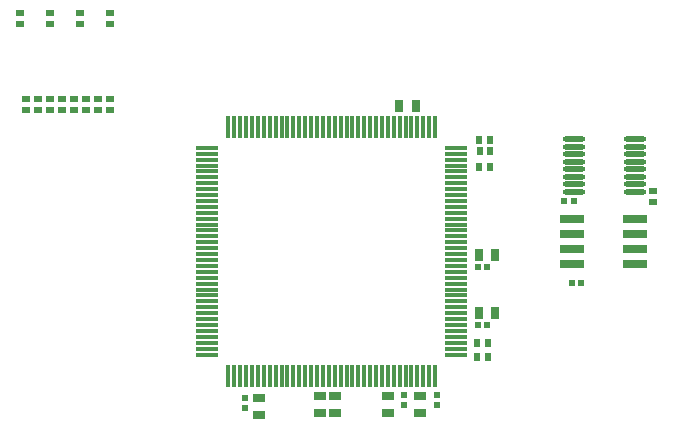
<source format=gtp>
%FSTAX25Y25*%
%MOIN*%
G70*
G01*
G75*
G04 Layer_Color=8421504*
%ADD10O,0.07087X0.01181*%
%ADD11O,0.01181X0.07087*%
%ADD12O,0.07284X0.01378*%
%ADD13R,0.08071X0.02756*%
%ADD14R,0.02165X0.01772*%
%ADD15R,0.02756X0.03543*%
%ADD16R,0.03543X0.02756*%
%ADD17R,0.02047X0.02047*%
%ADD18R,0.02047X0.02047*%
%ADD19R,0.01772X0.02165*%
%ADD20C,0.00669*%
%ADD21C,0.00700*%
%ADD22C,0.00500*%
%ADD23C,0.01000*%
%ADD24C,0.02000*%
%ADD25C,0.03000*%
%ADD26O,0.15748X0.07874*%
%ADD27O,0.07874X0.15748*%
%ADD28O,0.07874X0.17716*%
%ADD29R,0.05906X0.05906*%
%ADD30C,0.05906*%
%ADD31C,0.06000*%
%ADD32P,0.06711X8X112.5*%
%ADD33O,0.05600X0.11200*%
%ADD34C,0.12600*%
%ADD35C,0.01969*%
%ADD36C,0.01600*%
%ADD37C,0.01595*%
%ADD38C,0.05000*%
%ADD39C,0.02800*%
%ADD40C,0.04000*%
%ADD41R,0.70200X0.25400*%
%ADD42O,0.15811X0.07937*%
%ADD43O,0.07937X0.15811*%
%ADD44O,0.07937X0.17779*%
%ADD45C,0.07543*%
G04:AMPARAMS|DCode=46|XSize=95.433mil|YSize=95.433mil|CornerRadius=0mil|HoleSize=0mil|Usage=FLASHONLY|Rotation=0.000|XOffset=0mil|YOffset=0mil|HoleType=Round|Shape=Relief|Width=10mil|Gap=10mil|Entries=4|*
%AMTHD46*
7,0,0,0.09543,0.07543,0.01000,45*
%
%ADD46THD46*%
%ADD47C,0.07550*%
G04:AMPARAMS|DCode=48|XSize=95.5mil|YSize=95.5mil|CornerRadius=0mil|HoleSize=0mil|Usage=FLASHONLY|Rotation=0.000|XOffset=0mil|YOffset=0mil|HoleType=Round|Shape=Relief|Width=10mil|Gap=10mil|Entries=4|*
%AMTHD48*
7,0,0,0.09550,0.07550,0.01000,45*
%
%ADD48THD48*%
%ADD49C,0.07800*%
%ADD50C,0.07400*%
%ADD51C,0.16600*%
G04:AMPARAMS|DCode=52|XSize=70mil|YSize=70mil|CornerRadius=0mil|HoleSize=0mil|Usage=FLASHONLY|Rotation=0.000|XOffset=0mil|YOffset=0mil|HoleType=Round|Shape=Relief|Width=10mil|Gap=10mil|Entries=4|*
%AMTHD52*
7,0,0,0.07000,0.05000,0.01000,45*
%
%ADD52THD52*%
%ADD53C,0.06800*%
%ADD54C,0.05600*%
%AMTHOVALD55*
21,1,0.07874,0.09937,0,0,180.0*
1,1,0.09937,0.03937,0.00000*
1,1,0.09937,-0.03937,0.00000*
21,0,0.07874,0.07937,0,0,180.0*
1,0,0.07937,0.03937,0.00000*
1,0,0.07937,-0.03937,0.00000*
4,0,4,0.03583,0.00354,0.07097,0.03867,0.07804,0.03160,0.04291,-0.00354,0.03583,0.00354,0.0*
4,0,4,-0.04291,0.00354,-0.07804,-0.03160,-0.07097,-0.03867,-0.03583,-0.00354,-0.04291,0.00354,0.0*
4,0,4,0.04291,0.00354,0.07804,-0.03160,0.07097,-0.03867,0.03583,-0.00354,0.04291,0.00354,0.0*
4,0,4,-0.03583,0.00354,-0.07097,0.03867,-0.07804,0.03160,-0.04291,-0.00354,-0.03583,0.00354,0.0*
%
%ADD55THOVALD55*%

%AMTHOVALD56*
21,1,0.07874,0.09937,0,0,270.0*
1,1,0.09937,0.00000,0.03937*
1,1,0.09937,0.00000,-0.03937*
21,0,0.07874,0.07937,0,0,270.0*
1,0,0.07937,0.00000,0.03937*
1,0,0.07937,0.00000,-0.03937*
4,0,4,-0.00354,0.03583,-0.03867,0.07097,-0.03160,0.07804,0.00354,0.04291,-0.00354,0.03583,0.0*
4,0,4,-0.00354,-0.04291,0.03160,-0.07804,0.03867,-0.07097,0.00354,-0.03583,-0.00354,-0.04291,0.0*
4,0,4,-0.00354,0.04291,0.03160,0.07804,0.03867,0.07097,0.00354,0.03583,-0.00354,0.04291,0.0*
4,0,4,-0.00354,-0.03583,-0.03867,-0.07097,-0.03160,-0.07804,0.00354,-0.04291,-0.00354,-0.03583,0.0*
%
%ADD56THOVALD56*%

G04:AMPARAMS|DCode=57|XSize=98mil|YSize=98mil|CornerRadius=0mil|HoleSize=0mil|Usage=FLASHONLY|Rotation=0.000|XOffset=0mil|YOffset=0mil|HoleType=Round|Shape=Relief|Width=10mil|Gap=10mil|Entries=4|*
%AMTHD57*
7,0,0,0.09800,0.07800,0.01000,45*
%
%ADD57THD57*%
G04:AMPARAMS|DCode=58|XSize=94mil|YSize=94mil|CornerRadius=0mil|HoleSize=0mil|Usage=FLASHONLY|Rotation=0.000|XOffset=0mil|YOffset=0mil|HoleType=Round|Shape=Relief|Width=10mil|Gap=10mil|Entries=4|*
%AMTHD58*
7,0,0,0.09400,0.07400,0.01000,45*
%
%ADD58THD58*%
G04:AMPARAMS|DCode=59|XSize=88mil|YSize=88mil|CornerRadius=0mil|HoleSize=0mil|Usage=FLASHONLY|Rotation=0.000|XOffset=0mil|YOffset=0mil|HoleType=Round|Shape=Relief|Width=10mil|Gap=10mil|Entries=4|*
%AMTHD59*
7,0,0,0.08800,0.06800,0.01000,45*
%
%ADD59THD59*%
G04:AMPARAMS|DCode=60|XSize=76mil|YSize=76mil|CornerRadius=0mil|HoleSize=0mil|Usage=FLASHONLY|Rotation=0.000|XOffset=0mil|YOffset=0mil|HoleType=Round|Shape=Relief|Width=10mil|Gap=10mil|Entries=4|*
%AMTHD60*
7,0,0,0.07600,0.05600,0.01000,45*
%
%ADD60THD60*%
%ADD61R,0.07480X0.03150*%
%ADD62R,0.07480X0.12205*%
%ADD63R,0.06299X0.02559*%
%ADD64R,0.08661X0.11811*%
%ADD65R,0.01969X0.01181*%
%ADD66C,0.01181*%
%ADD67R,0.03543X0.04724*%
%ADD68R,0.06693X0.06614*%
%ADD69R,0.08661X0.07874*%
%ADD70C,0.05000*%
%ADD71C,0.01300*%
%ADD72C,0.01500*%
%ADD73C,0.02362*%
%ADD74C,0.00984*%
%ADD75C,0.00787*%
%ADD76C,0.00600*%
%ADD77C,0.01200*%
%ADD78C,0.00400*%
%ADD79O,0.07487X0.01581*%
%ADD80O,0.01581X0.07487*%
%ADD81O,0.07684X0.01778*%
%ADD82R,0.08471X0.03156*%
%ADD83R,0.02565X0.02172*%
%ADD84R,0.03156X0.03943*%
%ADD85R,0.03943X0.03156*%
%ADD86R,0.02447X0.02447*%
%ADD87R,0.02447X0.02447*%
%ADD88R,0.02172X0.02565*%
D79*
X0181124Y017101D02*
D03*
Y0172979D02*
D03*
Y0174947D02*
D03*
Y0176916D02*
D03*
Y0178884D02*
D03*
Y0180853D02*
D03*
Y0182821D02*
D03*
Y018479D02*
D03*
Y0186758D02*
D03*
Y0188727D02*
D03*
Y0190695D02*
D03*
Y0192664D02*
D03*
Y0194632D02*
D03*
Y0196601D02*
D03*
Y0198569D02*
D03*
Y0200538D02*
D03*
Y0202506D02*
D03*
Y0204475D02*
D03*
Y0206443D02*
D03*
Y0208412D02*
D03*
Y021038D02*
D03*
Y0212349D02*
D03*
Y0214317D02*
D03*
Y0216286D02*
D03*
Y0218254D02*
D03*
Y0220223D02*
D03*
Y0222191D02*
D03*
Y022416D02*
D03*
Y0226128D02*
D03*
Y0228097D02*
D03*
Y0230065D02*
D03*
Y0232034D02*
D03*
Y0234002D02*
D03*
Y0235971D02*
D03*
Y0237939D02*
D03*
Y0239908D02*
D03*
X0264194D02*
D03*
Y0237939D02*
D03*
Y0235971D02*
D03*
Y0234002D02*
D03*
Y0232034D02*
D03*
Y0230065D02*
D03*
Y0228097D02*
D03*
Y0226128D02*
D03*
Y022416D02*
D03*
Y0222191D02*
D03*
Y0220223D02*
D03*
Y0218254D02*
D03*
Y0216286D02*
D03*
Y0214317D02*
D03*
Y0212349D02*
D03*
Y021038D02*
D03*
Y0208412D02*
D03*
Y0206443D02*
D03*
Y0204475D02*
D03*
Y0202506D02*
D03*
Y0200538D02*
D03*
Y0198569D02*
D03*
Y0196601D02*
D03*
Y0194632D02*
D03*
Y0192664D02*
D03*
Y0190695D02*
D03*
Y0188727D02*
D03*
Y0186758D02*
D03*
Y018479D02*
D03*
Y0182821D02*
D03*
Y0180853D02*
D03*
Y0178884D02*
D03*
Y0176916D02*
D03*
Y0174947D02*
D03*
Y0172979D02*
D03*
Y017101D02*
D03*
D80*
X018821Y0246994D02*
D03*
X0190179D02*
D03*
X0192147D02*
D03*
X0194116D02*
D03*
X0196084D02*
D03*
X0198053D02*
D03*
X0200021D02*
D03*
X020199D02*
D03*
X0203958D02*
D03*
X0205927D02*
D03*
X0207895D02*
D03*
X0209864D02*
D03*
X0211832D02*
D03*
X0213801D02*
D03*
X0215769D02*
D03*
X0217738D02*
D03*
X0219706D02*
D03*
X0221675D02*
D03*
X0223643D02*
D03*
X0225612D02*
D03*
X022758D02*
D03*
X0229549D02*
D03*
X0231517D02*
D03*
X0233486D02*
D03*
X0235454D02*
D03*
X0237423D02*
D03*
X0239391D02*
D03*
X024136D02*
D03*
X0243328D02*
D03*
X0245297D02*
D03*
X0247265D02*
D03*
X0249234D02*
D03*
X0251202D02*
D03*
X0253171D02*
D03*
X0255139D02*
D03*
X0257108D02*
D03*
Y0163924D02*
D03*
X0255139D02*
D03*
X0253171D02*
D03*
X0251202D02*
D03*
X0249234D02*
D03*
X0247265D02*
D03*
X0245297D02*
D03*
X0243328D02*
D03*
X024136D02*
D03*
X0239391D02*
D03*
X0237423D02*
D03*
X0235454D02*
D03*
X0233486D02*
D03*
X0231517D02*
D03*
X0229549D02*
D03*
X022758D02*
D03*
X0225612D02*
D03*
X0223643D02*
D03*
X0221675D02*
D03*
X0219706D02*
D03*
X0217738D02*
D03*
X0215769D02*
D03*
X0213801D02*
D03*
X0211832D02*
D03*
X0209864D02*
D03*
X0207895D02*
D03*
X0205927D02*
D03*
X0203958D02*
D03*
X020199D02*
D03*
X0200021D02*
D03*
X0198053D02*
D03*
X0196084D02*
D03*
X0194116D02*
D03*
X0192147D02*
D03*
X0190179D02*
D03*
X018821D02*
D03*
D81*
X0303264Y024275D02*
D03*
Y024025D02*
D03*
Y023775D02*
D03*
Y023525D02*
D03*
Y023275D02*
D03*
Y023025D02*
D03*
Y022775D02*
D03*
Y022525D02*
D03*
X0323736Y024275D02*
D03*
Y024025D02*
D03*
Y023775D02*
D03*
Y023525D02*
D03*
Y023275D02*
D03*
Y023025D02*
D03*
Y022775D02*
D03*
Y022525D02*
D03*
D82*
X0302768Y02161D02*
D03*
Y02111D02*
D03*
Y02061D02*
D03*
Y02011D02*
D03*
X0323832Y02161D02*
D03*
Y02111D02*
D03*
Y02061D02*
D03*
Y02011D02*
D03*
D83*
X01487Y0284772D02*
D03*
Y0281228D02*
D03*
X01387Y0284772D02*
D03*
Y0281228D02*
D03*
X01287Y0284772D02*
D03*
Y0281228D02*
D03*
X01187Y0284772D02*
D03*
Y0281228D02*
D03*
X01246Y0256072D02*
D03*
Y0252528D02*
D03*
X01326Y0256072D02*
D03*
Y0252528D02*
D03*
X01406Y0256043D02*
D03*
Y02525D02*
D03*
X01487Y0256143D02*
D03*
Y02526D02*
D03*
X01206Y0256072D02*
D03*
Y0252528D02*
D03*
X01286Y0256072D02*
D03*
Y0252528D02*
D03*
X01366Y0256043D02*
D03*
Y02525D02*
D03*
X01447Y0256143D02*
D03*
Y02526D02*
D03*
X03297Y0225372D02*
D03*
Y0221828D02*
D03*
D84*
X0271644Y01849D02*
D03*
X0277156D02*
D03*
X0250656Y02539D02*
D03*
X0245144D02*
D03*
X0277156Y02043D02*
D03*
X0271644D02*
D03*
D85*
X02414Y0157156D02*
D03*
Y0151644D02*
D03*
X02187Y0157156D02*
D03*
Y0151644D02*
D03*
X02522Y0157156D02*
D03*
Y0151644D02*
D03*
X01985Y0156356D02*
D03*
Y0150844D02*
D03*
X02236Y0151644D02*
D03*
Y0157156D02*
D03*
D86*
X0274575Y02002D02*
D03*
X0271425D02*
D03*
X0274475Y01808D02*
D03*
X0271325D02*
D03*
X0302725Y01948D02*
D03*
X0305875D02*
D03*
X0303275Y02222D02*
D03*
X0300125D02*
D03*
D87*
X02468Y0154325D02*
D03*
Y0157475D02*
D03*
X01939Y0153325D02*
D03*
Y0156475D02*
D03*
X02579Y0154325D02*
D03*
Y0157475D02*
D03*
D88*
X0271928Y02387D02*
D03*
X0275472D02*
D03*
X0275372Y02336D02*
D03*
X0271828D02*
D03*
X0271228Y0175D02*
D03*
X0274772D02*
D03*
X0271228Y01703D02*
D03*
X0274772D02*
D03*
X02718Y02426D02*
D03*
X0275343D02*
D03*
M02*

</source>
